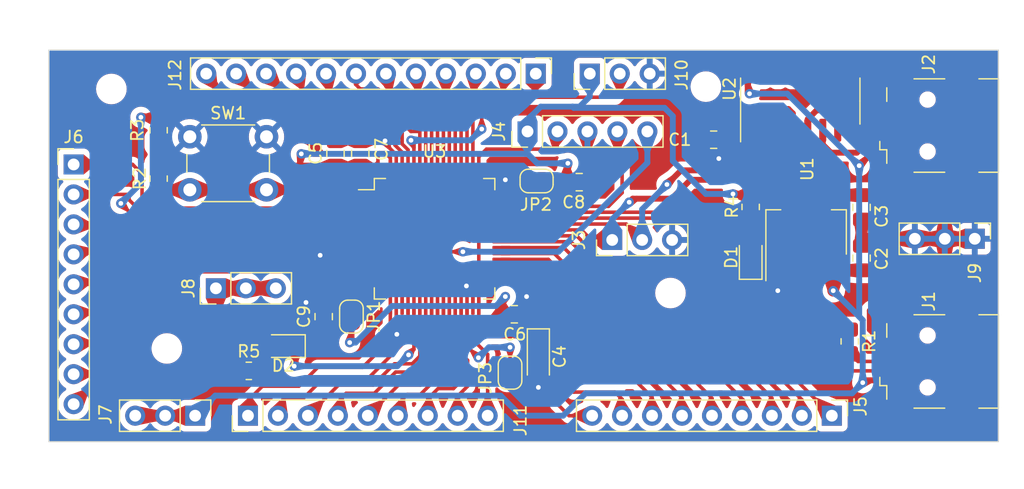
<source format=kicad_pcb>
(kicad_pcb (version 20221018) (generator pcbnew)
  (title_block (title "STM32 LQFP64 Minimum System") (date "2023-08-18") (rev "v0") (company "Achmadi ST MT"))
  (layers (0 "F.Cu" signal) (31 "B.Cu" signal) (34 "B.Paste" user) (35 "F.Paste" user) (36 "B.SilkS" user "B.Silkscreen") (37 "F.SilkS" user "F.Silkscreen") (38 "B.Mask" user) (39 "F.Mask" user) (44 "Edge.Cuts" user))
  (net 0 "")
  (net 1 "Net-(U2-V3)")
  (net 2 "GND")
  (net 3 "+5V")
  (net 4 "VDD")
  (net 5 "VCAP")
  (net 6 "Net-(D1-A)")
  (net 7 "LED")
  (net 8 "Net-(D2-A)")
  (net 9 "USBDM")
  (net 10 "USBDP")
  (net 12 "Net-(J2-D-)")
  (net 13 "Net-(J2-D+)")
  (net 15 "TXD")
  (net 16 "RXD")
  (net 17 "SWCLK")
  (net 18 "SWDIO")
  (net 19 "NRST")
  (net 20 "PA8")
  (net 21 "PC9")
  (net 22 "PC8")
  (net 23 "PC7")
  (net 24 "PC6")
  (net 25 "PB15")
  (net 26 "PB14")
  (net 27 "PB13")
  (net 28 "PB12")
  (net 29 "PC14")
  (net 30 "PC15")
  (net 31 "PC0")
  (net 32 "PC1")
  (net 33 "PC2")
  (net 34 "PC3")
  (net 35 "PA0")
  (net 36 "PA1")
  (net 37 "PA2")
  (net 38 "BOOT0")
  (net 39 "PA3")
  (net 40 "PA4")
  (net 41 "PA6")
  (net 42 "PA7")
  (net 43 "PC4")
  (net 44 "PC5")
  (net 45 "PB0")
  (net 46 "PB1")
  (net 47 "PB10")
  (net 48 "PA15")
  (net 49 "PC10")
  (net 50 "PC11")
  (net 51 "PC12")
  (net 52 "PD2")
  (net 53 "PB3")
  (net 54 "PB4")
  (net 55 "PB5")
  (net 56 "PB6")
  (net 57 "PB7")
  (net 58 "PB8")
  (net 59 "PB9")
  (net 60 "Net-(JP1-A)")
  (net 61 "Net-(JP2-A)")
  (net 62 "BOOT1")
  (net 63 "BTN")
  (footprint "Capacitor_SMD:C_0805_2012Metric_Pad1.18x1.45mm_HandSolder" (layer "F.Cu") (at 142.275 84.3125 90)
    (fp_text reference "C7")
    (fp_text value "10nF")
  )
  (footprint "Button_Switch_THT:SW_PUSH_6mm" (layer "F.Cu") (at 127.825 82.9)
    (fp_text reference "SW1")
    (fp_text value "SW_Push")
  )
  (footprint "Connector_PinHeader_2.54mm:PinHeader_1x05_P2.54mm_Vertical" (layer "F.Cu") (at 156.455 82.45 90)
    (fp_text reference "J4")
    (fp_text value "Conn_01x05_Pin")
  )
  (footprint "Connector_USB:USB_Mini-B_Wuerth_65100516121_Horizontal" (layer "F.Cu") (at 190.375 81.95 90)
    (fp_text reference "J2")
    (fp_text value "USB_B_Mini")
  )
  (footprint "Resistor_SMD:R_0805_2012Metric_Pad1.20x1.40mm_HandSolder" (layer "F.Cu") (at 175.375 88.85 -90)
    (fp_text reference "R4")
    (fp_text value "330")
  )
  (footprint "Capacitor_SMD:C_0805_2012Metric_Pad1.18x1.45mm_HandSolder" (layer "F.Cu") (at 139.175 98.15 90)
    (fp_text reference "C9")
    (fp_text value "10nF")
  )
  (footprint "Capacitor_SMD:C_0805_2012Metric_Pad1.18x1.45mm_HandSolder" (layer "F.Cu") (at 160.8375 86.75)
    (fp_text reference "C8")
    (fp_text value "10nF")
  )
  (footprint "Connector_PinHeader_2.54mm:PinHeader_1x03_P2.54mm_Vertical" (layer "F.Cu") (at 130.035 95.75 90)
    (fp_text reference "J8")
    (fp_text value "Conn_01x03_Pin")
  )
  (footprint "Connector_USB:USB_Mini-B_Wuerth_65100516121_Horizontal" (layer "F.Cu") (at 190.375 101.95 90)
    (fp_text reference "J1")
    (fp_text value "USB_B_Mini")
  )
  (footprint "Capacitor_SMD:C_0805_2012Metric_Pad1.18x1.45mm_HandSolder" (layer "F.Cu") (at 140.175 84.3125 90)
    (fp_text reference "C5")
    (fp_text value "100nF")
  )
  (footprint "Connector_PinHeader_2.54mm:PinHeader_1x09_P2.54mm_Vertical" (layer "F.Cu") (at 117.975 85.25)
    (fp_text reference "J6")
    (fp_text value "Conn_01x09_Pin")
  )
  (footprint "Connector_PinHeader_2.54mm:PinHeader_1x09_P2.54mm_Vertical" (layer "F.Cu") (at 132.755 106.55 90)
    (fp_text reference "J11")
    (fp_text value "Conn_01x09_Pin")
  )
  (footprint "Capacitor_SMD:C_0805_2012Metric_Pad1.18x1.45mm_HandSolder" (layer "F.Cu") (at 184.775 88.8875 -90)
    (fp_text reference "C3")
    (fp_text value "100nF")
  )
  (footprint "Resistor_SMD:R_0805_2012Metric_Pad1.20x1.40mm_HandSolder" (layer "F.Cu") (at 183.775 100.25 -90)
    (fp_text reference "R1")
    (fp_text value "10K")
  )
  (footprint "Connector_PinHeader_2.54mm:PinHeader_1x03_P2.54mm_Vertical" (layer "F.Cu") (at 194.375 91.55 -90)
    (fp_text reference "J9")
    (fp_text value "Conn_01x03_Pin")
  )
  (footprint "Connector_PinHeader_2.54mm:PinHeader_1x12_P2.54mm_Vertical" (layer "F.Cu") (at 157.155 77.55 -90)
    (fp_text reference "J12")
    (fp_text value "Conn_01x12_Pin")
  )
  (footprint "Connector_PinHeader_2.54mm:PinHeader_1x03_P2.54mm_Vertical" (layer "F.Cu") (at 128.275 106.55 -90)
    (fp_text reference "J7")
    (fp_text value "Conn_01x03_Pin")
  )
  (footprint "Connector_PinHeader_2.54mm:PinHeader_1x03_P2.54mm_Vertical" (layer "F.Cu") (at 161.735 77.55 90)
    (fp_text reference "J10")
    (fp_text value "Conn_01x03_Pin")
  )
  (footprint "MountingHole:MountingHole_2.1mm" (layer "F.Cu") (at 168.575 96.15)
    (fp_text reference "H2" hide)
    (fp_text value "MountingHole")
  )
  (footprint "Resistor_SMD:R_0805_2012Metric_Pad1.20x1.40mm_HandSolder" (layer "F.Cu") (at 125.175 86.45 -90)
    (fp_text reference "R2")
    (fp_text value "10K")
  )
  (footprint "Capacitor_SMD:C_0805_2012Metric_Pad1.18x1.45mm_HandSolder" (layer "F.Cu") (at 184.775 93.1875 90)
    (fp_text reference "C2")
    (fp_text value "100nF")
  )
  (footprint "Capacitor_Tantalum_SMD:CP_EIA-3216-18_Kemet-A" (layer "F.Cu") (at 157.375 101.5 -90)
    (fp_text reference "C4")
    (fp_text value "4u7F")
  )
  (footprint "Resistor_SMD:R_0805_2012Metric_Pad1.20x1.40mm_HandSolder" (layer "F.Cu") (at 125.175 82.35 90)
    (fp_text reference "R3")
    (fp_text value "10K")
  )
  (footprint "Connector_PinHeader_2.54mm:PinHeader_1x09_P2.54mm_Vertical" (layer "F.Cu") (at 182.255 106.55 -90)
    (fp_text reference "J5")
    (fp_text value "Conn_01x09_Pin")
  )
  (footprint "Capacitor_SMD:C_0805_2012Metric_Pad1.18x1.45mm_HandSolder" (layer "F.Cu") (at 172.2375 83.15)
    (fp_text reference "C1")
    (fp_text value "100nF")
  )
  (footprint "Connector_PinHeader_2.54mm:PinHeader_1x03_P2.54mm_Vertical" (layer "F.Cu") (at 163.635 91.65 90)
    (fp_text reference "J3")
    (fp_text value "Conn_01x03_Pin")
  )
  (footprint "Resistor_SMD:R_0805_2012Metric_Pad1.20x1.40mm_HandSolder" (layer "F.Cu") (at 132.825 102.75)
    (fp_text reference "R5")
    (fp_text value "330")
  )
  (footprint "MountingHole:MountingHole_2.1mm" (layer "F.Cu") (at 121.175 78.85)
    (fp_text reference "H4" hide)
    (fp_text value "MountingHole")
  )
  (footprint "LED_SMD:LED_0805_2012Metric_Pad1.15x1.40mm_HandSolder" (layer "F.Cu") (at 175.375 93.125 90)
    (fp_text reference "D1")
    (fp_text value "RED")
  )
  (footprint "Package_SO:SOIC-16_3.9x9.9mm_P1.27mm" (layer "F.Cu") (at 179.58 79.875 90)
    (fp_text reference "U2")
    (fp_text value "CH340C")
  )
  (footprint "Jumper:SolderJumper-2_P1.3mm_Open_RoundedPad1.0x1.5mm" (layer "F.Cu") (at 141.525 98.15 -90)
    (fp_text reference "JP1")
    (fp_text value "SolderJumper_2_Open")
  )
  (footprint "Package_TO_SOT_SMD:SOT-223-3_TabPin2" (layer "F.Cu") (at 180.075 91 90)
    (fp_text reference "U1")
    (fp_text value "AMS1117-3.3")
  )
  (footprint "MountingHole:MountingHole_2.1mm" (layer "F.Cu") (at 125.875 100.85)
    (fp_text reference "H3" hide)
    (fp_text value "MountingHole")
  )
  (footprint "Jumper:SolderJumper-2_P1.3mm_Open_RoundedPad1.0x1.5mm" (layer "F.Cu") (at 154.975 102.9 -90)
    (fp_text reference "JP3")
    (fp_text value "SolderJumper_2_Open")
  )
  (footprint "Jumper:SolderJumper-2_P1.3mm_Open_RoundedPad1.0x1.5mm" (layer "F.Cu") (at 157.225 86.65)
    (fp_text reference "JP2")
    (fp_text value "SolderJumper_2_Open")
  )
  (footprint "MountingHole:MountingHole_2.1mm" (layer "F.Cu") (at 171.575 78.65)
    (fp_text reference "H1" hide)
    (fp_text value "MountingHole")
  )
  (footprint "Capacitor_SMD:C_0805_2012Metric_Pad1.18x1.45mm_HandSolder" (layer "F.Cu") (at 155.3375 97.95)
    (fp_text reference "C6")
    (fp_text value "10nF")
  )
  (footprint "Package_QFP:LQFP-64_10x10mm_P0.5mm" (layer "F.Cu") (at 148.575 91.55)
    (fp_text reference "U3")
    (fp_text value "STM32F401RETx")
  )
  (footprint "LED_SMD:LED_0805_2012Metric_Pad1.15x1.40mm_HandSolder" (layer "F.Cu") (at 135.75 100.65 180)
    (fp_text reference "D2")
    (fp_text value "YELLOW")
  )
  (gr_rect (start 115.875 75.55) (end 196.375 108.75) (stroke (width 0.1)) (fill none) (layer "Edge.Cuts"))
  (segment (start 174.075 80.55) (end 173.175 81.45) (width 0.5) (layer "F.Cu") (net 1))
  (segment (start 178.945 80.92) (end 178.575 80.55) (width 0.5) (layer "F.Cu") (net 1))
  (segment (start 178.945 82.35) (end 178.945 80.92) (width 0.5) (layer "F.Cu") (net 1))
  (segment (start 171.175 82.35) (end 171.2 82.375) (width 0.5) (layer "F.Cu") (net 1))
  (segment (start 178.575 80.55) (end 174.075 80.55) (width 0.5) (layer "F.Cu") (net 1))
  (segment (start 173.175 81.45) (end 172.075 81.45) (width 0.5) (layer "F.Cu") (net 1))
  (segment (start 172.075 81.45) (end 171.175 82.35) (width 0.5) (layer "F.Cu") (net 1))
  (segment (start 171.2 82.375) (end 171.2 83.15) (width 0.5) (layer "F.Cu") (net 1))
  (segment (start 154.975 103.55) (end 156.675 103.55) (width 0.5) (layer "F.Cu") (net 2))
  (segment (start 189.295 91.55) (end 185.375 91.55) (width 1) (layer "F.Cu") (net 2))
  (segment (start 185.475 99.25) (end 185.475 97.65) (width 0.5) (layer "F.Cu") (net 2))
  (segment (start 152.775 87.35) (end 152.975 87.15) (width 0.3) (layer "F.Cu") (net 2))
  (segment (start 142.275 83.275) (end 144.35 83.275) (width 0.5) (layer "F.Cu") (net 2))
  (segment (start 142.9 93.3) (end 139.225 93.3) (width 0.3) (layer "F.Cu") (net 2))
  (segment (start 185.475 97.65) (end 185.575 97.55) (width 0.5) (layer "F.Cu") (net 2))
  (segment (start 193.275 77.55) (end 187.775 77.55) (width 1) (layer "F.Cu") (net 2))
  (segment (start 193.275 106.35) (end 193.275 97.55) (width 1) (layer "F.Cu") (net 2))
  (segment (start 145.325 99.6) (end 145.375 99.65) (width 0.3) (layer "F.Cu") (net 2))
  (segment (start 177.775 95.85) (end 177.675 95.95) (width 0.5) (layer "F.Cu") (net 2))
  (segment (start 144.35 83.275) (end 144.375 83.25) (width 0.5) (layer "F.Cu") (net 2))
  (segment (start 185.575 77.85) (end 185.575 79.65) (width 0.5) (layer "F.Cu") (net 2))
  (segment (start 193.275 106.35) (end 187.775 106.35) (width 1) (layer "F.Cu") (net 2))
  (segment (start 161.535 86.41) (end 161.875 86.75) (width 0.5) (layer "F.Cu") (net 2))
  (segment (start 177.775 94.15) (end 175.375 94.15) (width 1) (layer "F.Cu") (net 2))
  (segment (start 153.125 88.3) (end 152.775 87.95) (width 0.3) (layer "F.Cu") (net 2))
  (segment (start 144.375 83.473874) (end 144.375 83.25) (width 0.3) (layer "F.Cu") (net 2))
  (segment (start 177.775 94.15) (end 177.775 95.85) (width 0.5) (layer "F.Cu") (net 2))
  (segment (start 156.375 97.95) (end 156.375 96.45) (width 0.5) (layer "F.Cu") (net 2))
  (segment (start 139.175 97.1125) (end 137.8375 97.1125) (width 0.5) (layer "F.Cu") (net 2))
  (segment (start 194.375 91.55) (end 191.835 91.55) (width 1) (layer "F.Cu") (net 2))
  (segment (start 157.375 102.85) (end 157.375 104.15) (width 0.5) (layer "F.Cu") (net 2))
  (segment (start 140.175 83.275) (end 142.275 83.275) (width 0.5) (layer "F.Cu") (net 2))
  (segment (start 156.675 103.55) (end 157.375 102.85) (width 0.5) (layer "F.Cu") (net 2))
  (segment (start 154.25 88.3) (end 153.125 88.3) (width 0.3) (layer "F.Cu") (net 2))
  (segment (start 185.575 97.55) (end 187.775 97.55) (width 0.5) (layer "F.Cu") (net 2))
  (segment (start 189.295 91.55) (end 191.835 91.55) (width 1) (layer "F.Cu") (net 2))
  (segment (start 187.775 97.55) (end 193.275 97.55) (width 1) (layer "F.Cu") (net 2))
  (segment (start 191.835 96.11) (end 193.275 97.55) (width 1) (layer "F.Cu") (net 2))
  (segment (start 151.825 97.225) (end 151.825 96.1) (width 0.3) (layer "F.Cu") (net 2))
  (segment (start 185.875 77.55) (end 187.775 77.55) (width 0.5) (layer "F.Cu") (net 2))
  (segment (start 187.775 100.35) (end 186.575 100.35) (width 0.5) (layer "F.Cu") (net 2))
  (segment (start 156.375 97.95) (end 156.375 97.65) (width 0.5) (layer "F.Cu") (net 2))
  (segment (start 185.375 91.55) (end 184.775 92.15) (width 1) (layer "F.Cu") (net 2))
  (segment (start 185.875 77.55) (end 185.575 77.85) (width 0.5) (layer "F.Cu") (net 2))
  (segment (start 186.275 80.35) (end 185.575 79.65) (width 0.5) (layer "F.Cu") (net 2))
  (segment (start 137.8375 97.1125) (end 137.675 96.95) (width 0.5) (layer "F.Cu") (net 2))
  (segment (start 193.275 86.35) (end 187.775 86.35) (width 1) (layer "F.Cu") (net 2))
  (segment (start 153.575 86.55) (end 154.575 86.55) (width 0.3) (layer "F.Cu") (net 2))
  (segment (start 186.575 100.35) (end 185.475 99.25) (width 0.5) (layer "F.Cu") (net 2))
  (segment (start 187.775 80.35) (end 186.275 80.35) (width 0.5) (layer "F.Cu") (net 2))
  (segment (start 174.335 83.15) (end 175.135 82.35) (width 0.5) (layer "F.Cu") (net 2))
  (segment (start 139.225 93.3) (end 138.875 92.95) (width 0.3) (layer "F.Cu") (net 2))
  (segment (start 152.975 87.15) (end 153.575 86.55) (width 0.3) (layer "F.Cu") (net 2))
  (segment (start 173.275 84.15) (end 172.675 84.75) (width 0.5) (layer "F.Cu") (net 2))
  (segment (start 191.835 91.55) (end 191.835 87.79) (width 1) (layer "F.Cu") (net 2))
  (segment (start 145.325 97.225) (end 145.325 99.6) (width 0.3) (layer "F.Cu") (net 2))
  (segment (start 145.325 85.875) (end 145.325 84.423874) (width 0.3) (layer "F.Cu") (net 2))
  (segment (start 145.325 84.423874) (end 144.375 83.473874) (width 0.3) (layer "F.Cu") (net 2))
  (segment (start 191.835 87.79) (end 193.275 86.35) (width 1) (layer "F.Cu") (net 2))
  (segment (start 191.835 91.55) (end 191.835 96.11) (width 1) (layer "F.Cu") (net 2))
  (segment (start 152.775 87.95) (end 152.775 87.35) (width 0.3) (layer "F.Cu") (net 2))
  (segment (start 173.275 83.15) (end 174.335 83.15) (width 0.5) (layer "F.Cu") (net 2))
  (segment (start 173.275 83.15) (end 173.275 84.15) (width 0.5) (layer "F.Cu") (net 2))
  (segment (start 151.825 96.1) (end 151.275 95.55) (width 0.3) (layer "F.Cu") (net 2))
  (segment (start 184.775 89.925) (end 184.775 92.15) (width 1) (layer "F.Cu") (net 2))
  (segment (start 161.535 82.45) (end 161.535 86.41) (width 0.5) (layer "F.Cu") (net 2))
  (segment (start 193.275 77.55) (end 193.275 86.35) (width 1) (layer "F.Cu") (net 2))
  (via (at 151.275 95.55) (size 0.8) (drill 0.4) (layers "F.Cu" "B.Cu") (net 2))
  (via (at 138.875 92.95) (size 0.8) (drill 0.4) (layers "F.Cu" "B.Cu") (net 2))
  (via (at 145.375 99.65) (size 0.8) (drill 0.4) (layers "F.Cu" "B.Cu") (net 2))
  (via (at 154.575 86.55) (size 0.8) (drill 0.4) (layers "F.Cu" "B.Cu") (net 2))
  (via (at 157.375 104.15) (size 0.8) (drill 0.4) (layers "F.Cu" "B.Cu") (net 2))
  (via (at 172.675 84.75) (size 0.8) (drill 0.4) (layers "F.Cu" "B.Cu") (net 2))
  (via (at 137.675 96.95) (size 0.8) (drill 0.4) (layers "F.Cu" "B.Cu") (net 2))
  (via (at 177.675 95.95) (size 0.8) (drill 0.4) (layers "F.Cu" "B.Cu") (net 2))
  (via (at 156.375 96.45) (size 0.8) (drill 0.4) (layers "F.Cu" "B.Cu") (net 2))
  (via (at 144.375 83.25) (size 0.8) (drill 0.4) (layers "F.Cu" "B.Cu") (net 2))
  (segment (start 187.775 83.55) (end 186.375 83.55) (width 0.5) (layer "F.Cu") (net 3))
  (segment (start 184.775 94.225) (end 182.45 94.225) (width 1) (layer "F.Cu") (net 3))
  (segment (start 187.775 103.55) (end 185.075 103.55) (width 0.5) (layer "F.Cu") (net 3))
  (segment (start 182.45 94.225) (end 182.375 94.15) (width 1) (layer "F.Cu") (net 3))
  (segment (start 182.375 94.15) (end 182.375 95.95) (width 1) (layer "F.Cu") (net 3))
  (segment (start 175.135 77.4) (end 175.135 79.11) (width 0.5) (layer "F.Cu") (net 3))
  (segment (start 185.075 103.55) (end 184.875 103.75) (width 0.5) (layer "F.Cu") (net 3))
  (segment (start 186.375 83.55) (end 184.575 85.35) (width 0.5) (layer "F.Cu") (net 3))
  (segment (start 128.275 106.55) (end 123.195 106.55) (width 1) (layer "F.Cu") (net 3))
  (segment (start 175.135 79.11) (end 175.275 79.25) (width 0.5) (layer "F.Cu") (net 3))
  (via (at 184.575 85.35) (size 0.8) (drill 0.4) (layers "F.Cu" "B.Cu") (net 3))
  (via (at 182.375 95.95) (size 0.8) (drill 0.4) (layers "F.Cu" "B.Cu") (net 3))
  (via (at 175.275 79.25) (size 0.8) (drill 0.4) (layers "F.Cu" "B.Cu") (net 3))
  (via (at 184.875 103.75) (size 0.8) (drill 0.4) (layers "F.Cu" "B.Cu") (net 3))
  (segment (start 129.975 104.85) (end 154.175 104.85) (width 0.5) (layer "B.Cu") (net 3))
  (segment (start 182.375 95.95) (end 184.875 98.45) (width 0.5) (layer "B.Cu") (net 3))
  (segment (start 184.575 85.35) (end 184.575 98.15) (width 0.5) (layer "B.Cu") (net 3))
  (segment (start 184.875 98.45) (end 184.875 103.75) (width 0.5) (layer "B.Cu") (net 3))
  (segment (start 184.575 98.15) (end 184.875 98.45) (width 0.5) (layer "B.Cu") (net 3))
  (segment (start 128.275 106.55) (end 129.975 104.85) (width 0.5) (layer "B.Cu") (net 3))
  (segment (start 155.875 106.55) (end 159.475 106.55) (width 0.5) (layer "B.Cu") (net 3))
  (segment (start 154.175 104.85) (end 155.875 106.55) (width 0.5) (layer "B.Cu") (net 3))
  (segment (start 159.475 106.55) (end 161.375 104.65) (width 0.5) (layer "B.Cu") (net 3))
  (segment (start 175.275 79.25) (end 178.475 79.25) (width 0.5) (layer "B.Cu") (net 3))
  (segment (start 183.975 104.65) (end 184.875 103.75) (width 0.5) (layer "B.Cu") (net 3))
  (segment (start 161.375 104.65) (end 183.975 104.65) (width 0.5) (layer "B.Cu") (net 3))
  (segment (start 178.475 79.25) (end 184.575 85.35) (width 0.5) (layer "B.Cu") (net 3))
  (segment (start 159.8 86.75) (end 159.8 85.225) (width 0.5) (layer "F.Cu") (net 4))
  (segment (start 159.8 85.225) (end 159.875 85.15) (width 0.5) (layer "F.Cu") (net 4))
  (segment (start 184.775 87.85) (end 180.075 87.85) (width 1) (layer "F.Cu") (net 4))
  (segment (start 137.175 85.35) (end 137.175 84.45) (width 0.5) (layer "F.Cu") (net 4))
  (segment (start 154.3 97.95) (end 154.3 96.725) (width 0.5) (layer "F.Cu") (net 4))
  (segment (start 152.325 94.9) (end 152.325 97.225) (width 0.3) (layer "F.Cu") (net 4))
  (segment (start 140.175 85.35) (end 137.175 85.35) (width 0.5) (layer "F.Cu") (net 4))
  (segment (start 143.775 85.05) (end 143.475 85.35) (width 0.3) (layer "F.Cu") (net 4))
  (segment (start 152.675 98.65) (end 152.975 98.65) (width 0.3) (layer "F.Cu") (net 4))
  (segment (start 135.115 95.75) (end 132.575 95.75) (width 1) (layer "F.Cu") (net 4))
  (segment (start 180.075 94.15) (end 180.075 98.35) (width 0.5) (layer "F.Cu") (net 4))
  (segment (start 173.975 87.85) (end 173.875 87.75) (width 0.5) (layer "F.Cu") (net 4))
  (segment (start 180.075 87.85) (end 180.075 94.15) (width 1) (layer "F.Cu") (net 4))
  (segment (start 139.175 99.1875) (end 133.0375 99.1875) (width 0.5) (layer "F.Cu") (net 4))
  (segment (start 144.825 87) (end 144.025 87.8) (width 0.3) (layer "F.Cu") (net 4))
  (segment (start 141.525 98.8) (end 139.5625 98.8) (width 0.5) (layer "F.Cu") (net 4))
  (segment (start 180.975 99.25) (end 183.775 99.25) (width 0.5) (layer "F.Cu") (net 4))
  (segment (start 151.225 87.8) (end 142.9 87.8) (width 0.3) (layer "F.Cu") (net 4))
  (segment (start 137.175 85.35) (end 125.275 85.35) (width 0.5) (layer "F.Cu") (net 4))
  (segment (start 152.325 97.225) (end 152.325 98.3) (width 0.3) (layer "F.Cu") (net 4))
  (segment (start 144.825 84.95) (end 144.825 84.7) (width 0.3) (layer "F.Cu") (net 4))
  (segment (start 133.0375 99.1875) (end 131.825 100.4) (width 0.5) (layer "F.Cu") (net 4))
  (segment (start 144.825 84.7) (end 144.375 84.25) (width 0.3) (layer "F.Cu") (net 4))
  (segment (start 137.175 84.45) (end 137.275 84.35) (width 0.5) (layer "F.Cu") (net 4))
  (segment (start 139.5625 98.8) (end 139.175 99.1875) (width 0.5) (layer "F.Cu") (net 4))
  (segment (start 153.675 97.95) (end 154.3 97.95) (width 0.3) (layer "F.Cu") (net 4))
  (segment (start 143.875 84.25) (end 143.775 84.35) (width 0.3) (layer "F.Cu") (net 4))
  (segment (start 144.825 85.875) (end 144.825 84.95) (width 0.3) (layer "F.Cu") (net 4))
  (segment (start 144.825 84.95) (end 144.825 87) (width 0.3) (layer "F.Cu") (net 4))
  (segment (start 152.325 98.3) (end 152.675 98.65) (width 0.3) (layer "F.Cu") (net 4))
  (segment (start 130.035 95.75) (end 130.035 100.96) (width 1) (layer "F.Cu") (net 4))
  (segment (start 152.325 94.9) (end 152.325 88.9) (width 0.3) (layer "F.Cu") (net 4))
  (segment (start 144.375 84.25) (end 143.875 84.25) (width 0.3) (layer "F.Cu") (net 4))
  (segment (start 180.075 87.85) (end 175.375 87.85) (width 1) (layer "F.Cu") (net 4))
  (segment (start 151.225 93.8) (end 152.325 94.9) (width 0.3) (layer "F.Cu") (net 4))
  (segment (start 175.375 87.85) (end 173.975 87.85) (width 0.5) (layer "F.Cu") (net 4))
  (segment (start 131.825 100.4) (end 131.825 102.75) (width 0.5) (layer "F.Cu") (net 4))
  (segment (start 130.035 95.75) (end 132.575 95.75) (width 1) (layer "F.Cu") (net 4))
  (segment (start 159.8 86.75) (end 157.975 86.75) (width 0.5) (layer "F.Cu") (net 4))
  (segment (start 144.025 87.8) (end 142.9 87.8) (width 0.3) (layer "F.Cu") (net 4))
  (segment (start 141.525 98.8) (end 141.525 100.2) (width 0.5) (layer "F.Cu") (net 4))
  (segment (start 154.3 96.725) (end 154.575 96.45) (width 0.5) (layer "F.Cu") (net 4))
  (segment (start 152.975 98.65) (end 153.675 97.95) (width 0.3) (layer "F.Cu") (net 4))
  (segment (start 125.275 85.35) (end 125.175 85.45) (width 0.5) (layer "F.Cu") (net 4))
  (segment (start 142.275 85.35) (end 140.175 85.35) (width 0.5) (layer "F.Cu") (net 4))
  (segment (start 143.475 85.35) (end 142.275 85.35) (width 0.3) (layer "F.Cu") (net 4))
  (segment (start 142.9 93.8) (end 151.225 93.8) (width 0.3) (layer "F.Cu") (net 4))
  (segment (start 143.775 84.35) (end 143.775 85.05) (width 0.3) (layer "F.Cu") (net 4))
  (segment (start 125.175 83.35) (end 125.175 85.45) (width 0.5) (layer "F.Cu") (net 4))
  (segment (start 141.525 100.2) (end 141.375 100.35) (width 0.5) (layer "F.Cu") (net 4))
  (segment (start 130.035 100.96) (end 131.825 102.75) (width 1) (layer "F.Cu") (net 4))
  (segment (start 152.325 88.9) (end 151.225 87.8) (width 0.3) (layer "F.Cu") (net 4))
  (segment (start 157.975 86.75) (end 157.875 86.65) (width 0.5) (layer "F.Cu") (net 4))
  (segment (start 180.075 98.35) (end 180.975 99.25) (width 0.5) (layer "F.Cu") (net 4))
  (via (at 137.275 84.35) (size 0.8) (drill 0.4) (layers "F.Cu" "B.Cu") (net 4))
  (via (at 154.575 96.45) (size 0.8) (drill 0.4) (layers "F.Cu" "B.Cu") (net 4))
  (via (at 159.875 85.15) (size 0.8) (drill 0.4) (layers "F.Cu" "B.Cu") (net 4))
  (via (at 141.375 100.35) (size 0.8) (drill 0.4) (layers "F.Cu" "B.Cu") (net 4))
  (via (at 173.875 87.75) (size 0.8) (drill 0.4) (layers "F.Cu" "B.Cu") (net 4))
  (segment (start 160.375 80.45) (end 160.275 80.35) (width 0.5) (layer "B.Cu") (net 4))
  (segment (start 173.875 87.75) (end 171.575 87.75) (width 0.5) (layer "B.Cu") (net 4))
  (segment (start 141.375 100.35) (end 141.875 100.35) (width 0.5) (layer "B.Cu") (net 4))
  (segment (start 153.775 97.25) (end 154.575 96.45) (width 0.5) (layer "B.Cu") (net 4))
  (segment (start 171.575 87.75) (end 168.775 84.95) (width 0.5) (layer "B.Cu") (net 4))
  (segment (start 161.735 77.55) (end 161.735 79.49) (width 0.5) (layer "B.Cu") (net 4))
  (segment (start 160.275 80.35) (end 157.575 80.35) (width 0.5) (layer "B.Cu") (net 4))
  (segment (start 168.775 81.15) (end 168.075 80.45) (width 0.5) (layer "B.Cu") (net 4))
  (segment (start 159.875 85.15) (end 157.275 85.15) (width 0.5) (layer "B.Cu") (net 4))
  (segment (start 137.275 84.35) (end 156.275 84.35) (width 0.5) (layer "B.Cu") (net 4))
  (segment (start 144.975 97.25) (end 153.775 97.25) (width 0.5) (layer "B.Cu") (net 4))
  (segment (start 157.575 80.35) (end 156.455 81.47) (width 0.5) (layer "B.Cu") (net 4))
  (segment (start 156.275 84.35) (end 156.375 84.25) (width 0.5) (layer "B.Cu") (net 4))
  (segment (start 161.735 79.49) (end 160.875 80.35) (width 0.5) (layer "B.Cu") (net 4))
  (segment (start 168.775 84.95) (end 168.775 81.15) (width 0.5) (layer "B.Cu") (net 4))
  (segment (start 160.875 80.35) (end 160.275 80.35) (width 0.5) (layer "B.Cu") (net 4))
  (segment (start 156.455 84.17) (end 156.455 82.45) (width 0.5) (layer "B.Cu") (net 4))
  (segment (start 156.455 81.47) (end 156.455 82.45) (width 0.5) (layer "B.Cu") (net 4))
  (segment (start 157.275 85.15) (end 156.375 84.25) (width 0.5) (layer "B.Cu") (net 4))
  (segment (start 156.375 84.25) (end 156.455 84.17) (width 0.5) (layer "B.Cu") (net 4))
  (segment (start 168.075 80.45) (end 160.375 80.45) (width 0.5) (layer "B.Cu") (net 4))
  (segment (start 141.875 100.35) (end 144.975 97.25) (width 0.5) (layer "B.Cu") (net 4))
  (segment (start 151.325 97.225) (end 151.325 98.9) (width 0.3) (layer "F.Cu") (net 5))
  (segment (start 152.275 99.85) (end 157.075 99.85) (width 0.3) (layer "F.Cu") (net 5))
  (segment (start 157.075 99.85) (end 157.375 100.15) (width 0.3) (layer "F.Cu") (net 5))
  (segment (start 151.325 98.9) (end 152.275 99.85) (width 0.3) (layer "F.Cu") (net 5))
  (segment (start 175.375 89.85) (end 175.375 92.1) (width 1) (layer "F.Cu") (net 6))
  (segment (start 136.775 102.25) (end 136.675 102.35) (width 0.5) (layer "F.Cu") (net 7))
  (segment (start 146.825 97.225) (end 146.825 100.940046) (width 0.3) (layer "F.Cu") (net 7))
  (segment (start 146.825 100.940046) (end 146.369773 101.395273) (width 0.3) (layer "F.Cu") (net 7))
  (segment (start 136.775 100.65) (end 136.775 102.25) (width 0.5) (layer "F.Cu") (net 7))
  (via (at 136.675 102.35) (size 0.8) (drill 0.4) (layers "F.Cu" "B.Cu") (net 7))
  (via (at 146.369773 101.395273) (size 0.8) (drill 0.4) (layers "F.Cu" "B.Cu") (net 7))
  (segment (start 136.675 102.35) (end 145.415046 102.35) (width 0.5) (layer "B.Cu") (net 7))
  (segment (start 145.415046 102.35) (end 146.369773 101.395273) (width 0.5) (layer "B.Cu") (net 7))
  (segment (start 134.725 100.65) (end 134.725 101.85) (width 0.5) (layer "F.Cu") (net 8))
  (segment (start 134.725 101.85) (end 133.825 102.75) (width 0.5) (layer "F.Cu") (net 8))
  (segment (start 174.275 99.65) (end 177.375 99.65) (width 0.3) (layer "F.Cu") (net 9))
  (segment (start 180.475 102.75) (end 187.775 102.75) (width 0.3) (layer "F.Cu") (net 9))
  (segment (start 172.675 98.05) (end 174.275 99.65) (width 0.3) (layer "F.Cu") (net 9))
  (segment (start 177.375 99.65) (end 180.475 102.75) (width 0.3) (layer "F.Cu") (net 9))
  (segment (start 154.25 89.8) (end 171.417894 89.8) (width 0.3) (layer "F.Cu") (net 9))
  (segment (start 171.417894 89.8) (end 172.675 91.057106) (width 0.3) (layer "F.Cu") (net 9))
  (segment (start 172.675 91.057106) (end 172.675 98.05) (width 0.3) (layer "F.Cu") (net 9))
  (segment (start 174.075 98.35) (end 177.475 98.35) (width 0.3) (layer "F.Cu") (net 10))
  (segment (start 154.25 89.3) (end 171.625 89.3) (width 0.3) (layer "F.Cu") (net 10))
  (segment (start 180.375 101.25) (end 183.775 101.25) (width 0.3) (layer "F.Cu") (net 10))
  (segment (start 171.625 89.3) (end 173.175 90.85) (width 0.3) (layer "F.Cu") (net 10))
  (segment (start 173.175 97.45) (end 174.075 98.35) (width 0.3) (layer "F.Cu") (net 10))
  (segment (start 177.475 98.35) (end 180.375 101.25) (width 0.3) (layer "F.Cu") (net 10))
  (segment (start 187.775 101.95) (end 184.475 101.95) (width 0.3) (layer "F.Cu") (net 10))
  (segment (start 184.475 101.95) (end 183.775 101.25) (width 0.3) (layer "F.Cu") (net 10))
  (segment (start 173.175 90.85) (end 173.175 97.45) (width 0.3) (layer "F.Cu") (net 10))
  (segment (start 182.175 84.25) (end 181.485 83.56) (width 0.5) (layer "F.Cu") (net 12))
  (segment (start 181.485 83.56) (end 181.485 82.35) (width 0.5) (layer "F.Cu") (net 12))
  (segment (start 184.375 84.25) (end 182.175 84.25) (width 0.5) (layer "F.Cu") (net 12))
  (segment (start 187.775 82.75) (end 185.875 82.75) (width 0.5) (layer "F.Cu") (net 12))
  (segment (start 185.875 82.75) (end 184.375 84.25) (width 0.5) (layer "F.Cu") (net 12))
  (segment (start 184.675 80.65) (end 180.975 80.65) (width 0.5) (layer "F.Cu") (net 13))
  (segment (start 187.775 81.95) (end 185.975 81.95) (width 0.5) (layer "F.Cu") (net 13))
  (segment (start 180.975 80.65) (end 180.215 81.41) (width 0.5) (layer "F.Cu") (net 13))
  (segment (start 180.215 81.41) (end 180.215 82.35) (width 0.5) (layer "F.Cu") (net 13))
  (segment (start 185.975 81.95) (end 184.675 80.65) (width 0.5) (layer "F.Cu") (net 13))
  (segment (start 163.635 91.65) (end 161.875 91.65) (width 0.3) (layer "F.Cu") (net 15))
  (segment (start 161.875 91.65) (end 161.025 90.8) (width 0.3) (layer "F.Cu") (net 15))
  (segment (start 170.275 86.55) (end 174.175 86.55) (width 0.5) (layer "F.Cu") (net 15))
  (segment (start 165.375 88.15) (end 168.675 88.15) (width 0.5) (layer "F.Cu") (net 15))
  (segment (start 165.075 88.45) (end 165.375 88.15) (width 0.5) (layer "F.Cu") (net 15))
  (segment (start 154.25 90.8) (end 161.025 90.8) (width 0.3) (layer "F.Cu") (net 15))
  (segment (start 174.175 86.55) (end 175.375 85.35) (width 0.5) (layer "F.Cu") (net 15))
  (segment (start 177.275 85.35) (end 177.675 84.95) (width 0.5) (layer "F.Cu") (net 15))
  (segment (start 175.375 85.35) (end 177.275 85.35) (width 0.5) (layer "F.Cu") (net 15))
  (segment (start 168.675 88.15) (end 170.275 86.55) (width 0.5) (layer "F.Cu") (net 15))
  (segment (start 177.675 84.95) (end 177.675 82.35) (width 0.5) (layer "F.Cu") (net 15))
  (via (at 165.075 88.45) (size 0.8) (drill 0.4) (layers "F.Cu" "B.Cu") (net 15))
  (segment (start 163.635 89.89) (end 165.075 88.45) (width 0.5) (layer "B.Cu") (net 15))
  (segment (start 163.635 91.65) (end 163.635 89.89) (width 0.5) (layer "B.Cu") (net 15))
  (segment (start 176.375 83.75) (end 176.375 82.38) (width 0.5) (layer "F.Cu") (net 16))
  (segment (start 175.775 84.35) (end 176.375 83.75) (width 0.5) (layer "F.Cu") (net 16))
  (segment (start 168.275 86.95) (end 169.475 85.75) (width 0.5) (layer "F.Cu") (net 16))
  (segment (start 173.675 85.75) (end 175.075 84.35) (width 0.5) (layer "F.Cu") (net 16))
  (segment (start 164.825 90.3) (end 154.042893 90.3) (width 0.3) (layer "F.Cu") (net 16))
  (segment (start 166.175 91.65) (end 164.825 90.3) (width 0.3) (layer "F.Cu") (net 16))
  (segment (start 176.375 82.38) (end 176.405 82.35) (width 0.5) (layer "F.Cu") (net 16))
  (segment (start 175.075 84.35) (end 175.775 84.35) (width 0.5) (layer "F.Cu") (net 16))
  (segment (start 169.475 85.75) (end 173.675 85.75) (width 0.5) (layer "F.Cu") (net 16))
  (via (at 168.275 86.95) (size 0.8) (drill 0.4) (layers "F.Cu" "B.Cu") (net 16))
  (segment (start 166.175 91.65) (end 166.175 89.05) (width 0.5) (layer "B.Cu") (net 16))
  (segment (start 167.675 87.55) (end 168.275 86.95) (width 0.5) (layer "B.Cu") (net 16))
  (segment (start 166.175 89.05) (end 167.675 87.55) (width 0.5) (layer "B.Cu") (net 16))
  (segment (start 158.675 83.95) (end 158.975 83.65) (width 0.3) (layer "F.Cu") (net 17))
  (segment (start 152.325 84.6) (end 152.975 83.95) (width 0.3) (layer "F.Cu") (net 17))
  (segment (start 152.975 83.95) (end 158.675 83.95) (width 0.3) (layer "F.Cu") (net 17))
  (segment (start 152.325 85.875) (end 152.325 84.6) (width 0.3) (layer "F.Cu") (net 17))
  (segment (start 158.975 83.65) (end 158.975 82.47) (width 0.3) (layer "F.Cu") (net 17))
  (segment (start 158.975 82.47) (end 158.995 82.45) (width 0.3) (layer "F.Cu") (net 17))
  (segment (start 164.075 84.95) (end 164.075 82.45) (width 0.3) (layer "F.Cu") (net 18))
  (segment (start 164.475 87.65) (end 164.475 85.35) (width 0.3) (layer "F.Cu") (net 18))
  (segment (start 163.325 88.8) (end 164.475 87.65) (width 0.3) (layer "F.Cu") (net 18))
  (segment (start 164.475 85.35) (end 164.075 84.95) (width 0.3) (layer "F.Cu") (net 18))
  (segment (start 154.25 88.8) (end 163.325 88.8) (width 0.3) (layer "F.Cu") (net 18))
  (segment (start 143.776041 90.8) (end 145.626041 92.65) (width 0.3) (layer "F.Cu") (net 19))
  (segment (start 136.575 89.95) (end 123.375 89.95) (width 0.3) (layer "F.Cu") (net 19))
  (segment (start 140.273959 89.05) (end 137.475 89.05) (width 0.3) (layer "F.Cu") (net 19))
  (segment (start 123.675 81.25) (end 125.075 81.25) (width 0.5) (layer "F.Cu") (net 19))
  (segment (start 142.9 90.8) (end 142.023959 90.8) (width 0.3) (layer "F.Cu") (net 19))
  (segment (start 145.626041 92.65) (end 150.975 92.65) (width 0.3) (layer "F.Cu") (net 19))
  (segment (start 137.475 89.05) (end 136.575 89.95) (width 0.3) (layer "F.Cu") (net 19))
  (segment (start 125.075 81.25) (end 125.175 81.35) (width 0.5) (layer "F.Cu") (net 19))
  (segment (start 123.375 89.95) (end 121.975 88.55) (width 0.3) (layer "F.Cu") (net 19))
  (segment (start 142.9 90.8) (end 143.776041 90.8) (width 0.3) (layer "F.Cu") (net 19))
  (segment (start 142.023959 90.8) (end 140.273959 89.05) (width 0.3) (layer "F.Cu") (net 19))
  (via (at 121.975 88.55) (size 0.8) (drill 0.4) (layers "F.Cu" "B.Cu") (net 19))
  (via (at 150.975 92.65) (size 0.8) (drill 0.4) (layers "F.Cu" "B.Cu") (net 19))
  (via (at 123.675 81.25) (size 0.8) (drill 0.4) (layers "F.Cu" "B.Cu") (net 19))
  (segment (start 123.675 86.85) (end 123.675 81.25) (width 0.5) (layer "B.Cu") (net 19))
  (segment (start 121.975 88.55) (end 123.675 86.85) (width 0.5) (layer "B.Cu") (net 19))
  (segment (start 159.075 92.65) (end 150.975 92.65) (width 0.5) (layer "B.Cu") (net 19))
  (segment (start 166.615 82.45) (end 166.615 85.11) (width 0.5) (layer "B.Cu") (net 19))
  (segment (start 166.615 85.11) (end 159.075 92.65) (width 0.5) (layer "B.Cu") (net 19))
  (segment (start 172.775 101.45) (end 177.155 101.45) (width 0.3) (layer "F.Cu") (net 20))
  (segment (start 170.375 99.05) (end 172.775 101.45) (width 0.3) (layer "F.Cu") (net 20))
  (segment (start 160.625 91.3) (end 164.275 94.95) (width 0.3) (layer "F.Cu") (net 20))
  (segment (start 164.275 98.35) (end 164.975 99.05) (width 0.3) (layer "F.Cu") (net 20))
  (segment (start 164.975 99.05) (end 170.375 99.05) (width 0.3) (layer "F.Cu") (net 20))
  (segment (start 154.25 91.3) (end 160.625 91.3) (width 0.3) (layer "F.Cu") (net 20))
  (segment (start 177.155 101.45) (end 182.255 106.55) (width 0.3) (layer "F.Cu") (net 20))
  (segment (start 164.275 94.95) (end 164.275 98.35) (width 0.3) (layer "F.Cu") (net 20))
  (segment (start 163.375 98.95) (end 164.275 99.85) (width 0.3) (layer "F.Cu") (net 21))
  (segment (start 176.775 102.25) (end 179.715 105.19) (width 0.3) (layer "F.Cu") (net 21))
  (segment (start 154.25 91.8) (end 160.125 91.8) (width 0.3) (layer "F.Cu") (net 21))
  (segment (start 160.125 91.8) (end 163.375 95.05) (width 0.3) (layer "F.Cu") (net 21))
  (segment (start 163.375 95.05) (end 163.375 98.95) (width 0.3) (layer "F.Cu") (net 21))
  (segment (start 164.275 99.85) (end 170.075 99.85) (width 0.3) (layer "F.Cu") (net 21))
  (segment (start 179.715 105.19) (end 179.715 106.55) (width 0.3) (layer "F.Cu") (net 21))
  (segment (start 172.475 102.25) (end 176.775 102.25) (width 0.3) (layer "F.Cu") (net 21))
  (segment (start 170.075 99.85) (end 172.475 102.25) (width 0.3) (layer "F.Cu") (net 21))
  (segment (start 177.175 105.05) (end 177.175 106.55) (width 0.3) (layer "F.Cu") (net 22))
  (segment (start 162.775 95.55) (end 162.775 99.55) (width 0.3) (layer "F.Cu") (net 22))
  (segment (start 162.775 99.55) (end 163.875 100.65) (width 0.3) (layer "F.Cu") (net 22))
  (segment (start 172.075 102.95) (end 175.075 102.95) (width 0.3) (layer "F.Cu") (net 22))
  (segment (start 169.775 100.65) (end 172.075 102.95) (width 0.3) (layer "F.Cu") (net 22))
  (segment (start 154.25 92.3) (end 159.525 92.3) (width 0.3) (layer "F.Cu") (net 22))
  (segment (start 175.075 102.95) (end 177.175 105.05) (width 0.3) (layer "F.Cu") (net 22))
  (segment (start 163.875 100.65) (end 169.775 100.65) (width 0.3) (layer "F.Cu") (net 22))
  (segment (start 159.525 92.3) (end 162.775 95.55) (width 0.3) (layer "F.Cu") (net 22))
  (segment (start 171.875 103.75) (end 173.275 103.75) (width 0.3) (layer "F.Cu") (net 23))
  (segment (start 174.775 106.41) (end 174.635 106.55) (width 0.3) (layer "F.Cu") (net 23))
  (segment (start 162.175 100.85) (end 162.675 101.35) (width 0.3) (layer "F.Cu") (net 23))
  (segment (start 162.675 101.35) (end 169.475 101.35) (width 0.3) (layer "F.Cu") (net 23))
  (segment (start 162.175 96.25) (end 162.175 100.85) (width 0.3) (layer "F.Cu") (net 23))
  (segment (start 158.725 92.8) (end 162.175 96.25) (width 0.3) (layer "F.Cu") (net 23))
  (segment (start 173.275 103.75) (end 174.775 105.25) (width 0.3) (layer "F.Cu") (net 23))
  (segment (start 169.475 101.35) (end 171.875 103.75) (width 0.3) (layer "F.Cu") (net 23))
  (segment (start 154.25 92.8) (end 158.725 92.8) (width 0.3) (layer "F.Cu") (net 23))
  (segment (start 174.775 105.25) (end 174.775 106.41) (width 0.3) (layer "F.Cu") (net 23))
  (segment (start 172.095 105.07) (end 172.095 106.55) (width 0.3) (layer "F.Cu") (net 24))
  (segment (start 154.25 93.3) (end 158.225 93.3) (width 0.3) (layer "F.Cu") (net 24))
  (segment (start 162.175 102.25) (end 169.275 102.25) (width 0.3) (layer "F.Cu") (net 24))
  (segment (start 169.275 102.25) (end 172.095 105.07) (width 0.3) (layer "F.Cu") (net 24))
  (segment (start 161.375 96.45) (end 161.375 101.45) (width 0.3) (layer "F.Cu") (net 24))
  (segment (start 161.375 101.45) (end 162.175 102.25) (width 0.3) (layer "F.Cu") (net 24))
  (segment (start 158.225 93.3) (end 161.375 96.45) (width 0.3) (layer "F.Cu") (net 24))
  (segment (start 154.25 93.8) (end 157.825 93.8) (width 0.3) (layer "F.Cu") (net 25))
  (segment (start 161.575 102.85) (end 167.375 102.85) (width 0.3) (layer "F.Cu") (net 25))
  (segment (start 167.375 102.85) (end 169.555 105.03) (width 0.3) (layer "F.Cu") (net 25))
  (segment (start 157.825 93.8) (end 160.775 96.75) (width 0.3) (layer "F.Cu") (net 25))
  (segment (start 160.775 96.75) (end 160.775 102.05) (width 0.3) (layer "F.Cu") (net 25))
  (segment (start 160.775 102.05) (end 161.575 102.85) (width 0.3) (layer "F.Cu") (net 25))
  (segment (start 169.555 105.03) (end 169.555 106.55) (width 0.3) (layer "F.Cu") (net 25))
  (segment (start 160.975 103.65) (end 165.675 103.65) (width 0.3) (layer "F.Cu") (net 26))
  (segment (start 154.25 94.3) (end 157.325 94.3) (width 0.3) (layer "F.Cu") (net 26))
  (segment (start 160.275 97.25) (end 160.275 102.95) (width 0.3) (layer "F.Cu") (net 26))
  (segment (start 157.325 94.3) (end 160.275 97.25) (width 0.3) (layer "F.Cu") (net 26))
  (segment (start 167.015 104.99) (end 167.015 106.55) (width 0.3) (layer "F.Cu") (net 26))
  (segment (start 160.275 102.95) (end 160.975 103.65) (width 0.3) (layer "F.Cu") (net 26))
  (segment (start 165.675 103.65) (end 167.015 104.99) (width 0.3) (layer "F.Cu") (net 26))
  (segment (start 156.832106 94.8) (end 159.575 97.542894) (width 0.3) (layer "F.Cu") (net 27))
  (segment (start 154.25 94.8) (end 156.832106 94.8) (width 0.3) (layer "F.Cu") (net 27))
  (segment (start 159.575 103.75) (end 160.375 104.55) (width 0.3) (layer "F.Cu") (net 27))
  (segment (start 160.375 104.55) (end 163.875 104.55) (width 0.3) (layer "F.Cu") (net 27))
  (segment (start 159.575 97.542894) (end 159.575 103.75) (width 0.3) (layer "F.Cu") (net 27))
  (segment (start 163.875 104.55) (end 164.475 105.15) (width 0.3) (layer "F.Cu") (net 27))
  (segment (start 164.475 105.15) (end 164.475 106.55) (width 0.3) (layer "F.Cu") (net 27))
  (segment (start 158.975 105.55) (end 159.975 106.55) (width 0.3) (layer "F.Cu") (net 28))
  (segment (start 159.975 106.55) (end 161.935 106.55) (width 0.3) (layer "F.Cu") (net 28))
  (segment (start 156.625 95.3) (end 158.975 97.65) (width 0.3) (layer "F.Cu") (net 28))
  (segment (start 158.975 97.65) (end 158.975 105.55) (width 0.3) (layer "F.Cu") (net 28))
  (segment (start 154.25 95.3) (end 156.625 95.3) (width 0.3) (layer "F.Cu") (net 28))
  (segment (start 124.275 88.95) (end 123.775 88.45) (width 0.3) (layer "F.Cu") (net 29))
  (segment (start 136.875 88.05) (end 135.975 88.95) (width 0.3) (layer "F.Cu") (net 29))
  (segment (start 123.775 88.45) (end 123.775 86.05) (width 0.3) (layer "F.Cu") (net 29))
  (segment (start 135.975 88.95) (end 124.275 88.95) (width 0.3) (layer "F.Cu") (net 29))
  (segment (start 122.975 85.25) (end 117.975 85.25) (width 0.3) (layer "F.Cu") (net 29))
  (segment (start 140.775 88.05) (end 136.875 88.05) (width 0.3) (layer "F.Cu") (net 29))
  (segment (start 123.775 86.05) (end 122.975 85.25) (width 0.3) (layer "F.Cu") (net 29))
  (segment (start 142.9 88.8) (end 141.525 88.8) (width 0.3) (layer "F.Cu") (net 29))
  (segment (start 141.525 88.8) (end 140.775 88.05) (width 0.3) (layer "F.Cu") (net 29))
  (segment (start 142.9 89.3) (end 141.317894 89.3) (width 0.3) (layer "F.Cu") (net 30))
  (segment (start 140.567894 88.55) (end 137.082106 88.55) (width 0.3) (layer "F.Cu") (net 30))
  (segment (start 141.317894 89.3) (end 140.567894 88.55) (width 0.3) (layer "F.Cu") (net 30))
  (segment (start 136.182107 89.45) (end 123.875 89.45) (width 0.3) (layer "F.Cu") (net 30))
  (segment (start 122.675 88.25) (end 122.675 87.85) (width 0.3) (layer "F.Cu") (net 30))
  (segment (start 122.675 87.85) (end 122.615 87.79) (width 0.3) (layer "F.Cu") (net 30))
  (segment (start 122.615 87.79) (end 117.975 87.79) (width 0.3) (layer "F.Cu") (net 30))
  (segment (start 137.082106 88.55) (end 136.182107 89.45) (width 0.3) (layer "F.Cu") (net 30))
  (segment (start 123.875 89.45) (end 122.675 88.25) (width 0.3) (layer "F.Cu") (net 30))
  (segment (start 142.9 91.3) (end 141.025 91.3) (width 0.3) (layer "F.Cu") (net 31))
  (segment (start 141.025 91.3) (end 140.175 90.45) (width 0.3) (layer "F.Cu") (net 31))
  (segment (start 140.175 90.45) (end 118.095 90.45) (width 0.3) (layer "F.Cu") (net 31))
  (segment (start 118.095 90.45) (end 117.975 90.33) (width 0.3) (layer "F.Cu") (net 31))
  (segment (start 119.055 92.87) (end 117.975 92.87) (width 0.3) (layer "F.Cu") (net 32))
  (segment (start 140.625 91.8) (end 139.775 90.95) (width 0.3) (layer "F.Cu") (net 32))
  (segment (start 120.975 90.95) (end 119.055 92.87) (width 0.3) (layer "F.Cu") (net 32))
  (segment (start 142.9 91.8) (end 140.625 91.8) (width 0.3) (layer "F.Cu") (net 32))
  (segment (start 139.775 90.95) (end 120.975 90.95) (width 0.3) (layer "F.Cu") (net 32))
  (segment (start 119.875 94.75) (end 119.215 95.41) (width 0.3) (layer "F.Cu") (net 33))
  (segment (start 142.9 92.3) (end 140.325 92.3) (width 0.3) (layer "F.Cu") (net 33))
  (segment (start 119.875 93.35) (end 119.875 94.75) (width 0.3) (layer "F.Cu") (net 33))
  (segment (start 139.575 91.55) (end 121.675 91.55) (width 0.3) (layer "F.Cu") (net 33))
  (segment (start 119.215 95.41) (end 117.975 95.41) (width 0.3) (layer "F.Cu") (net 33))
  (segment (start 121.675 91.55) (end 119.875 93.35) (width 0.3) (layer "F.Cu") (net 33))
  (segment (start 140.325 92.3) (end 139.575 91.55) (width 0.3) (layer "F.Cu") (net 33))
  (segment (start 120.675 93.55) (end 120.675 96.55) (width 0.3) (layer "F.Cu") (net 34))
  (segment (start 139.925 92.8) (end 139.275 92.15) (width 0.3) (layer "F.Cu") (net 34))
  (segment (start 122.075 92.15) (end 120.675 93.55) (width 0.3) (layer "F.Cu") (net 34))
  (segment (start 139.275 92.15) (end 122.075 92.15) (width 0.3) (layer "F.Cu") (net 34))
  (segment (start 119.275 97.95) (end 117.975 97.95) (width 0.3) (layer "F.Cu") (net 34))
  (segment (start 120.675 96.55) (end 119.275 97.95) (width 0.3) (layer "F.Cu") (net 34))
  (segment (start 142.9 92.8) (end 139.925 92.8) (width 0.3) (layer "F.Cu") (net 34))
  (segment (start 138.425 94.3) (end 137.075 92.95) (width 0.3) (layer "F.Cu") (net 35))
  (segment (start 142.9 94.3) (end 138.425 94.3) (width 0.3) (layer "F.Cu") (net 35))
  (segment (start 121.375 93.95) (end 121.375 98.55) (width 0.3) (layer "F.Cu") (net 35))
  (segment (start 122.375 92.95) (end 121.375 93.95) (width 0.3) (layer "F.Cu") (net 35))
  (segment (start 137.075 92.95) (end 122.375 92.95) (width 0.3) (layer "F.Cu") (net 35))
  (segment (start 119.435 100.49) (end 117.975 100.49) (width 0.3) (layer "F.Cu") (net 35))
  (segment (start 121.375 98.55) (end 119.435 100.49) (width 0.3) (layer "F.Cu") (net 35))
  (segment (start 122.675 93.65) (end 121.975 94.35) (width 0.3) (layer "F.Cu") (net 36))
  (segment (start 136.975 93.65) (end 122.675 93.65) (width 0.3) (layer "F.Cu") (net 36))
  (segment (start 121.975 94.35) (end 121.975 100.75) (width 0.3) (layer "F.Cu") (net 36))
  (segment (start 119.675 103.05) (end 119.655 103.03) (width 0.3) (layer "F.Cu") (net 36))
  (segment (start 142.9 94.8) (end 138.125 94.8) (width 0.3) (layer "F.Cu") (net 36))
  (segment (start 121.975 100.75) (end 119.675 103.05) (width 0.3) (layer "F.Cu") (net 36))
  (segment (start 138.125 94.8) (end 136.975 93.65) (width 0.3) (layer "F.Cu") (net 36))
  (segment (start 119.655 103.03) (end 117.975 103.03) (width 0.3) (layer "F.Cu") (net 36))
  (segment (start 120.475 104.25) (end 119.295 104.25) (width 0.3) (layer "F.Cu") (net 37))
  (segment (start 136.875 94.35) (end 123.275 94.35) (width 0.3) (layer "F.Cu") (net 37))
  (segment (start 122.675 94.95) (end 122.675 102.05) (width 0.3) (layer "F.Cu") (net 37))
  (segment (start 137.825 95.3) (end 136.875 94.35) (width 0.3) (layer "F.Cu") (net 37))
  (segment (start 123.275 94.35) (end 122.675 94.95) (width 0.3) (layer "F.Cu") (net 37))
  (segment (start 142.9 95.3) (end 137.825 95.3) (width 0.3) (layer "F.Cu") (net 37))
  (segment (start 119.295 104.25) (end 117.975 105.57) (width 0.3) (layer "F.Cu") (net 37))
  (segment (start 122.675 102.05) (end 120.475 104.25) (width 0.3) (layer "F.Cu") (net 37))
  (segment (start 155.675 79.55) (end 163.875 79.55) (width 0.3) (layer "F.Cu") (net 38))
  (segment (start 146.825 85.875) (end 146.825 83.449) (width 0.3) (layer "F.Cu") (net 38))
  (segment (start 164.275 79.15) (end 164.275 77.55) (width 0.3) (layer "F.Cu") (net 38))
  (segment (start 163.875 79.55) (end 164.275 79.15) (width 0.3) (layer "F.Cu") (net 38))
  (segment (start 152.5745 81.0505) (end 153.275 80.35) (width 0.3) (layer "F.Cu") (net 38))
  (segment (start 153.275 80.35) (end 154.875 80.35) (width 0.3) (layer "F.Cu") (net 38))
  (segment (start 154.875 80.35) (end 155.675 79.55) (width 0.3) (layer "F.Cu") (net 38))
  (segment (start 152.5745 82.25) (end 152.5745 81.0505) (width 0.3) (layer "F.Cu") (net 38))
  (segment (start 146.825 83.449) (end 146.5755 83.1995) (width 0.3) (layer "F.Cu") (net 38))
  (via (at 152.5745 82.25) (size 0.8) (drill 0.4) (layers "F.Cu" "B.Cu") (net 38))
  (via (at 146.5755 83.1995) (size 0.8) (drill 0.4) (layers "F.Cu" "B.Cu") (net 38))
  (segment (start 151.625 83.1995) (end 152.5745 82.25) (width 0.5) (layer "B.Cu") (net 38))
  (segment (start 146.5755 83.1995) (end 151.625 83.1995) (width 0.5) (layer "B.Cu") (net 38))
  (segment (start 132.755 105.27) (end 132.755 106.55) (width 0.3) (layer "F.Cu") (net 39))
  (segment (start 144.825 97.225) (end 144.825 99) (width 0.3) (layer "F.Cu") (net 39))
  (segment (start 133.975 104.05) (end 132.755 105.27) (width 0.3) (layer "F.Cu") (net 39))
  (segment (start 144.175 100.75) (end 142.475 102.45) (width 0.3) (layer "F.Cu") (net 39))
  (segment (start 138.675 102.45) (end 137.075 104.05) (width 0.3) (layer "F.Cu") (net 39))
  (segment (start 142.475 102.45) (end 138.675 102.45) (width 0.3) (layer "F.Cu") (net 39))
  (segment (start 144.825 99) (end 144.175 99.65) (width 0.3) (layer "F.Cu") (net 39))
  (segment (start 137.075 104.05) (end 133.975 104.05) (width 0.3) (layer "F.Cu") (net 39))
  (segment (start 144.175 99.65) (end 144.175 100.75) (width 0.3) (layer "F.Cu") (net 39))
  (segment (start 135.295 105.63) (end 135.295 106.55) (width 0.3) (layer "F.Cu") (net 40))
  (segment (start 135.875 105.05) (end 135.295 105.63) (width 0.3) (layer "F.Cu") (net 40))
  (segment (start 137.475 105.05) (end 135.875 105.05) (width 0.3) (layer "F.Cu") (net 40))
  (segment (start 143.075 103.25) (end 139.275 103.25) (width 0.3) (layer "F.Cu") (net 40))
  (segment (start 146.325 97.225) (end 146.325 100) (width 0.3) (layer "F.Cu") (net 40))
  (segment (start 139.275 103.25) (end 137.475 105.05) (width 0.3) (layer "F.Cu") (net 40))
  (segment (start 146.325 100) (end 143.075 103.25) (width 0.3) (layer "F.Cu") (net 40))
  (segment (start 147.325 97.225) (end 147.325 101.5) (width 0.3) (layer "F.Cu") (net 41))
  (segment (start 147.325 101.5) (end 146.675 102.15) (width 0.3) (layer "F.Cu") (net 41))
  (segment (start 145.175 102.15) (end 143.375 103.95) (width 0.3) (layer "F.Cu") (net 41))
  (segment (start 143.375 103.95) (end 140.435 103.95) (width 0.3) (layer "F.Cu") (net 41))
  (segment (start 146.675 102.15) (end 145.175 102.15) (width 0.3) (layer "F.Cu") (net 41))
  (segment (start 140.435 103.95) (end 137.835 106.55) (width 0.3) (layer "F.Cu") (net 41))
  (segment (start 141.075 104.65) (end 140.675 105.05) (width 0.3) (layer "F.Cu") (net 42))
  (segment (start 143.475 104.65) (end 141.075 104.65) (width 0.3) (layer "F.Cu") (net 42))
  (segment (start 145.275 102.85) (end 143.475 104.65) (width 0.3) (layer "F.Cu") (net 42))
  (segment (start 140.675 105.05) (end 140.675 106.25) (width 0.3) (layer "F.Cu") (net 42))
  (segment (start 140.675 106.25) (end 140.375 106.55) (width 0.3) (layer "F.Cu") (net 42))
  (segment (start 147.825 102.1) (end 147.075 102.85) (width 0.3) (layer "F.Cu") (net 42))
  (segment (start 147.825 97.225) (end 147.825 102.1) (width 0.3) (layer "F.Cu") (net 42))
  (segment (start 147.075 102.85) (end 145.275 102.85) (width 0.3) (layer "F.Cu") (net 42))
  (segment (start 145.515 103.95) (end 142.915 106.55) (width 0.3) (layer "F.Cu") (net 43))
  (segment (start 148.325 101.7) (end 148.675 102.05) (width 0.3) (layer "F.Cu") (net 43))
  (segment (start 148.675 102.05) (end 148.675 102.65) (width 0.3) (layer "F.Cu") (net 43))
  (segment (start 148.675 102.65) (end 147.375 103.95) (width 0.3) (layer "F.Cu") (net 43))
  (segment (start 147.375 103.95) (end 145.515 103.95) (width 0.3) (layer "F.Cu") (net 43))
  (segment (start 148.325 97.225) (end 148.325 101.7) (width 0.3) (layer "F.Cu") (net 43))
  (segment (start 148.475 103.65) (end 147.375 104.75) (width 0.3) (layer "F.Cu") (net 44))
  (segment (start 148.825 97.225) (end 148.825 101.1) (width 0.3) (layer "F.Cu") (net 44))
  (segment (start 146.275 104.75) (end 145.455 105.57) (width 0.3) (layer "F.Cu") (net 44))
  (segment (start 147.375 104.75) (end 146.275 104.75) (width 0.3) (layer "F.Cu") (net 44))
  (segment (start 149.375 103.65) (end 148.475 103.65) (width 0.3) (layer "F.Cu") (net 44))
  (segment (start 145.455 105.57) (end 145.455 106.55) (width 0.3) (layer "F.Cu") (net 44))
  (segment (start 149.775 103.25) (end 149.375 103.65) (width 0.3) (layer "F.Cu") (net 44))
  (segment (start 149.775 102.05) (end 149.775 103.25) (width 0.3) (layer "F.Cu") (net 44))
  (segment (start 148.825 101.1) (end 149.775 102.05) (width 0.3) (layer "F.Cu") (net 44))
  (segment (start 149.325 100.8) (end 150.575 102.05) (width 0.3) (layer "F.Cu") (net 45))
  (segment (start 150.575 102.05) (end 150.575 103.85) (width 0.3) (layer "F.Cu") (net 45))
  (segment (start 150.575 103.85) (end 150.175 104.25) (width 0.3) (layer "F.Cu") (net 45))
  (segment (start 150.175 104.25) (end 148.875 104.25) (width 0.3) (layer "F.Cu") (net 45))
  (segment (start 147.995 105.13) (end 147.995 106.55) (width 0.3) (layer "F.Cu") (net 45))
  (segment (start 149.325 97.225) (end 149.325 100.8) (width 0.3) (layer "F.Cu") (net 45))
  (segment (start 148.875 104.25) (end 147.995 105.13) (width 0.3) (layer "F.Cu") (net 45))
  (segment (start 149.825 97.225) (end 149.825 100.3) (width 0.3) (layer "F.Cu") (net 46))
  (segment (start 151.375 104.05) (end 150.535 104.89) (width 0.3) (layer "F.Cu") (net 46))
  (segment (start 151.375 101.85) (end 151.375 104.05) (width 0.3) (layer "F.Cu") (net 46))
  (segment (start 150.535 104.89) (end 150.535 106.55) (width 0.3) (layer "F.Cu") (net 46))
  (segment (start 149.825 100.3) (end 151.375 101.85) (width 0.3) (layer "F.Cu") (net 46))
  (segment (start 150.825 99.107106) (end 153.075 101.357106) (width 0.3) (layer "F.Cu") (net 47))
  (segment (start 150.825 97.225) (end 150.825 99.107106) (width 0.3) (layer "F.Cu") (net 47))
  (segment (start 153.075 101.357106) (end 153.075 106.55) (width 0.3) (layer "F.Cu") (net 47))
  (segment (start 155.275 79.05) (end 156.975 79.05) (width 0.3) (layer "F.Cu") (net 48))
  (segment (start 156.975 79.05) (end 157.155 78.87) (width 0.3) (layer "F.Cu") (net 48))
  (segment (start 151.825 85.875) (end 151.825 80.8) (width 0.3) (layer "F.Cu") (net 48))
  (segment (start 154.475 79.85) (end 155.275 79.05) (width 0.3) (layer "F.Cu") (net 48))
  (segment (start 151.825 80.8) (end 152.775 79.85) (width 0.3) (layer "F.Cu") (net 48))
  (segment (start 152.775 79.85) (end 154.475 79.85) (width 0.3) (layer "F.Cu") (net 48))
  (segment (start 157.155 78.87) (end 157.155 77.55) (width 0.3) (layer "F.Cu") (net 48))
  (segment (start 152.775 78.95) (end 154.275 78.95) (width 0.3) (layer "F.Cu") (net 49))
  (segment (start 154.275 78.95) (end 154.615 78.61) (width 0.3) (layer "F.Cu") (net 49))
  (segment (start 151.325 80.4) (end 152.775 78.95) (width 0.3) (layer "F.Cu") (net 49))
  (segment (start 151.325 85.875) (end 151.325 80.4) (width 0.3) (layer "F.Cu") (net 49))
  (segment (start 154.615 78.61) (end 154.615 77.55) (width 0.3) (layer "F.Cu") (net 49))
  (segment (start 150.825 80.1) (end 152.075 78.85) (width 0.3) (layer "F.Cu") (net 50))
  (segment (start 152.075 78.85) (end 152.075 77.55) (width 0.3) (layer "F.Cu") (net 50))
  (segment (start 150.825 85.875) (end 150.825 80.1) (width 0.3) (layer "F.Cu") (net 50))
  (segment (start 149.535 79.51) (end 149.535 77.55) (width 0.3) (layer "F.Cu") (net 51))
  (segment (start 150.325 80.3) (end 149.535 79.51) (width 0.3) (layer "F.Cu") (net 51))
  (segment (start 150.325 85.875) (end 150.325 80.3) (width 0.3) (layer "F.Cu") (net 51))
  (segment (start 149.825 80.9) (end 148.475 79.55) (width 0.3) (layer "F.Cu") (net 52))
  (segment (start 149.825 85.875) (end 149.825 80.9) (width 0.3) (layer "F.Cu") (net 52))
  (segment (start 146.995 78.87) (end 146.995 77.55) (width 0.3) (layer "F.Cu") (net 52))
  (segment (start 148.475 79.55) (end 147.675 79.55) (width 0.3) (layer "F.Cu") (net 52))
  (segment (start 147.675 79.55) (end 146.995 78.87) (width 0.3) (layer "F.Cu") (net 52))
  (segment (start 149.325 81.185788) (end 148.289212 80.15) (width 0.3) (layer "F.Cu") (net 53))
  (segment (start 146.475 79.15) (end 144.975 79.15) (width 0.3) (layer "F.Cu") (net 53))
  (segment (start 148.289212 80.15) (end 147.475 80.15) (width 0.3) (layer "F.Cu") (net 53))
  (segment (start 144.975 79.15) (end 144.455 78.63) (width 0.3) (layer "F.Cu") (net 53))
  (segment (start 144.455 78.63) (end 144.455 77.55) (width 0.3) (layer "F.Cu") (net 53))
  (segment (start 147.475 80.15) (end 146.475 79.15) (width 0.3) (layer "F.Cu") (net 53))
  (segment (start 149.325 85.875) (end 149.325 81.185788) (width 0.3) (layer "F.Cu") (net 53))
  (segment (start 141.875 78.45) (end 141.915 78.41) (width 0.3) (layer "F.Cu") (net 54))
  (segment (start 141.915 78.41) (end 141.915 77.55) (width 0.3) (layer "F.Cu") (net 54))
  (segment (start 148.825 85.875) (end 148.825 81.392894) (width 0.3) (layer "F.Cu") (net 54))
  (segment (start 148.082106 80.65) (end 147.175 80.65) (width 0.3) (layer "F.Cu") (net 54))
  (segment (start 147.075 80.55) (end 146.275 79.75) (width 0.3) (layer "F.Cu") (net 54))
  (segment (start 147.175 80.65) (end 147.075 80.55) (width 0.3) (layer "F.Cu") (net 54))
  (segment (start 146.275 79.75) (end 144.675 79.75) (width 0.3) (layer "F.Cu") (net 54))
  (segment (start 144.675 79.75) (end 143.775 78.85) (width 0.3) (layer "F.Cu") (net 54))
  (segment (start 148.825 81.392894) (end 148.082106 80.65) (width 0.3) (layer "F.Cu") (net 54))
  (segment (start 142.275 78.85) (end 141.875 78.45) (width 0.3) (layer "F.Cu") (net 54))
  (segment (start 143.775 78.85) (end 142.275 78.85) (width 0.3) (layer "F.Cu") (net 54))
  (segment (start 139.575 77.75) (end 139.375 77.55) (width 0.3) (layer "F.Cu") (net 55))
  (segment (start 146.875 81.25) (end 145.975 80.35) (width 0.3) (layer "F.Cu") (net 55))
  (segment (start 145.975 80.35) (end 144.475 80.35) (width 0.3) (layer "F.Cu") (net 55))
  (segment (start 148.325 85.875) (end 148.325 81.6) (width 0.3) (layer "F.Cu") (net 55))
  (segment (start 143.575 79.45) (end 140.075 79.45) (width 0.3) (layer "F.Cu") (net 55))
  (segment (start 140.075 79.45) (end 139.575 78.95) (width 0.3) (layer "F.Cu") (net 55))
  (segment (start 139.575 78.95) (end 139.575 77.75) (width 0.3) (layer "F.Cu") (net 55))
  (segment (start 147.975 81.25) (end 146.875 81.25) (width 0.3) (layer "F.Cu") (net 55))
  (segment (start 148.325 81.6) (end 147.975 81.25) (width 0.3) (layer "F.Cu") (net 55))
  (segment (start 144.475 80.35) (end 143.575 79.45) (width 0.3) (layer "F.Cu") (net 55))
  (segment (start 137.475 78.95) (end 136.835 78.31) (width 0.3) (layer "F.Cu") (net 56))
  (segment (start 138.775 78.95) (end 137.475 78.95) (width 0.3) (layer "F.Cu") (net 56))
  (segment (start 145.675 80.85) (end 144.267894 80.85) (width 0.3) (layer "F.Cu") (net 56))
  (segment (start 147.825 85.875) (end 147.825 82.1) (width 0.3) (layer "F.Cu") (net 56))
  (segment (start 136.835 78.31) (end 136.835 77.55) (width 0.3) (layer "F.Cu") (net 56))
  (segment (start 143.421447 80.003553) (end 139.828553 80.003553) (width 0.3) (layer "F.Cu") (net 56))
  (segment (start 147.825 82.1) (end 147.575 81.85) (width 0.3) (layer "F.Cu") (net 56))
  (segment (start 147.575 81.85) (end 146.675 81.85) (width 0.3) (layer "F.Cu") (net 56))
  (segment (start 139.828553 80.003553) (end 138.775 78.95) (width 0.3) (layer "F.Cu") (net 56))
  (segment (start 146.675 81.85) (end 145.675 80.85) (width 0.3) (layer "F.Cu") (net 56))
  (segment (start 144.267894 80.85) (end 143.421447 80.003553) (width 0.3) (layer "F.Cu") (net 56))
  (segment (start 145.467894 81.35) (end 144.060787 81.35) (width 0.3) (layer "F.Cu") (net 57))
  (segment (start 144.060787 81.35) (end 143.21434 80.503553) (width 0.3) (layer "F.Cu") (net 57))
  (segment (start 136.295 79.55) (end 134.295 77.55) (width 0.3) (layer "F.Cu") (net 57))
  (segment (start 139.528553 80.503553) (end 138.575 79.55) (width 0.3) (layer "F.Cu") (net 57))
  (segment (start 146.567894 82.45) (end 145.467894 81.35) (width 0.3) (layer "F.Cu") (net 57))
  (segment (start 143.21434 80.503553) (end 139.528553 80.503553) (width 0.3) (layer "F.Cu") (net 57))
  (segment (start 147.325 85.875) (end 147.325 82.45) (width 0.3) (layer "F.Cu") (net 57))
  (segment (start 138.575 79.55) (end 136.295 79.55) (width 0.3) (layer "F.Cu") (net 57))
  (segment (start 147.325 82.45) (end 146.567894 82.45) (width 0.3) (layer "F.Cu") (net 57))
  (segment (start 146.325 84.009661) (end 145.8255 83.510161) (width 0.3) (layer "F.Cu") (net 58))
  (segment (start 143.01434 81.010659) (end 139.235659 81.010659) (width 0.3) (layer "F.Cu") (net 58))
  (segment (start 143.853681 81.85) (end 143.01434 81.010659) (width 0.3) (layer "F.Cu") (net 58))
  (segment (start 138.275 80.05) (end 134.255 80.05) (width 0.3) (layer "F.Cu") (net 58))
  (segment (start 145.075 81.85) (end 143.853681 81.85) (width 0.3) (layer "F.Cu") (net 58))
  (segment (start 145.8255 82.6005) (end 145.075 81.85) (width 0.3) (layer "F.Cu") (net 58))
  (segment (start 134.255 80.05) (end 131.755 77.55) (width 0.3) (layer "F.Cu") (net 58))
  (segment (start 139.235659 81.010659) (end 138.275 80.05) (width 0.3) (layer "F.Cu") (net 58))
  (segment (start 146.325 85.875) (end 146.325 84.009661) (width 0.3) (layer "F.Cu") (net 58))
  (segment (start 145.8255 83.510161) (end 145.8255 82.6005) (width 0.3) (layer "F.Cu") (net 58))
  (segment (start 130.175 79.05) (end 130.075 78.95) (width 0.3) (layer "F.Cu") (net 59))
  (segment (start 143.575 82.35) (end 142.775 81.55) (width 0.3) (layer "F.Cu") (net 59))
  (segment (start 145.825 85.875) (end 145.825 84.216767) (width 0.3) (layer "F.Cu") (net 59))
  (segment (start 142.775 81.55) (end 138.875 81.55) (width 0.3) (layer "F.Cu") (net 59))
  (segment (start 145.825 84.216767) (end 145.221447 83.613215) (width 0.3) (layer "F.Cu") (net 59))
  (segment (start 145.221447 83.613215) (end 145.221447 82.703553) (width 0.3) (layer "F.Cu") (net 59))
  (segment (start 144.867894 82.35) (end 143.575 82.35) (width 0.3) (layer "F.Cu") (net 59))
  (segment (start 145.221447 82.703553) (end 144.867894 82.35) (width 0.3) (layer "F.Cu") (net 59))
  (segment (start 138.875 81.55) (end 138.075 80.75) (width 0.3) (layer "F.Cu") (net 59))
  (segment (start 132.175 79.05) (end 130.175 79.05) (width 0.3) (layer "F.Cu") (net 59))
  (segment (start 133.875 80.75) (end 132.175 79.05) (width 0.3) (layer "F.Cu") (net 59))
  (segment (start 130.075 78.41) (end 129.215 77.55) (width 0.3) (layer "F.Cu") (net 59))
  (segment (start 138.075 80.75) (end 133.875 80.75) (width 0.3) (layer "F.Cu") (net 59))
  (segment (start 130.075 78.95) (end 130.075 78.41) (width 0.3) (layer "F.Cu") (net 59))
  (segment (start 145.825 96.2) (end 145.375 95.75) (width 0.3) (layer "F.Cu") (net 60))
  (segment (start 142.975 97.45) (end 141.575 97.45) (width 0.3) (layer "F.Cu") (net 60))
  (segment (start 143.675 96.75) (end 142.975 97.45) (width 0.3) (layer "F.Cu") (net 60))
  (segment (start 143.675 96.25) (end 143.675 96.75) (width 0.3) (layer "F.Cu") (net 60))
  (segment (start 144.175 95.75) (end 143.675 96.25) (width 0.3) (layer "F.Cu") (net 60))
  (segment (start 141.575 97.45) (end 141.525 97.5) (width 0.3) (layer "F.Cu") (net 60))
  (segment (start 145.375 95.75) (end 144.175 95.75) (width 0.3) (layer "F.Cu") (net 60))
  (segment (start 145.825 97.225) (end 145.825 96.2) (width 0.3) (layer "F.Cu") (net 60))
  (segment (start 156.225 87.8) (end 156.575 87.45) (width 0.3) (layer "F.Cu") (net 61))
  (segment (start 154.25 87.8) (end 156.225 87.8) (width 0.3) (layer "F.Cu") (net 61))
  (segment (start 156.575 87.45) (end 156.575 86.65) (width 0.3) (layer "F.Cu") (net 61))
  (segment (start 150.325 99.66706) (end 152.29147 101.63353) (width 0.3) (layer "F.Cu") (net 62))
  (segment (start 150.325 97.225) (end 150.325 99.66706) (width 0.3) (layer "F.Cu") (net 62))
  (segment (start 154.975 102.25) (end 154.975 100.75) (width 0.3) (layer "F.Cu") (net 62))
  (via (at 154.975 100.75) (size 0.8) (drill 0.4) (layers "F.Cu" "B.Cu") (net 62))
  (via (at 152.29147 101.63353) (size 0.8) (drill 0.4) (layers "F.Cu" "B.Cu") (net 62))
  (segment (start 154.975 100.75) (end 153.175 100.75) (width 0.5) (layer "B.Cu") (net 62))
  (segment (start 153.175 100.75) (end 152.29147 101.63353) (width 0.5) (layer "B.Cu") (net 62))
  (segment (start 142.9 88.3) (end 141.825 88.3) (width 0.3) (layer "F.Cu") (net 63))
  (segment (start 134.325 87.4) (end 127.825 87.4) (width 0.5) (layer "F.Cu") (net 63))
  (segment (start 141.825 88.3) (end 140.925 87.4) (width 0.3) (layer "F.Cu") (net 63))
  (segment (start 127.825 87.4) (end 125.225 87.4) (width 0.5) (layer "F.Cu") (net 63))
  (segment (start 125.225 87.4) (end 125.175 87.45) (width 0.5) (layer "F.Cu") (net 63))
  (segment (start 140.925 87.4) (end 134.325 87.4) (width 0.3) (layer "F.Cu") (net 63))
  (zone (net 0) (net_name "") (layer "F.Cu") (priority 1) (connect_pads (clearance 0.5)) (min_thickness 0.25) (fill yes (thermal_gap 0.5) (thermal_bridge_width 0.5) (island_removal_mode 1) (island_area_min 10))
    (polygon (pts (xy 115.875 75.55) (xy 196.375 75.55) (xy 196.375 108.75) (xy 115.875 108.75)))
  )
  (zone (net 2) (net_name "GND") (layer "B.Cu") (connect_pads (clearance 0.5)) (min_thickness 0.25) (fill yes (thermal_gap 0.5) (thermal_bridge_width 0.5))
    (polygon (pts (xy 115.875 75.55) (xy 196.375 75.55) (xy 196.375 108.75) (xy 115.875 108.75)))
  )
)
</source>
